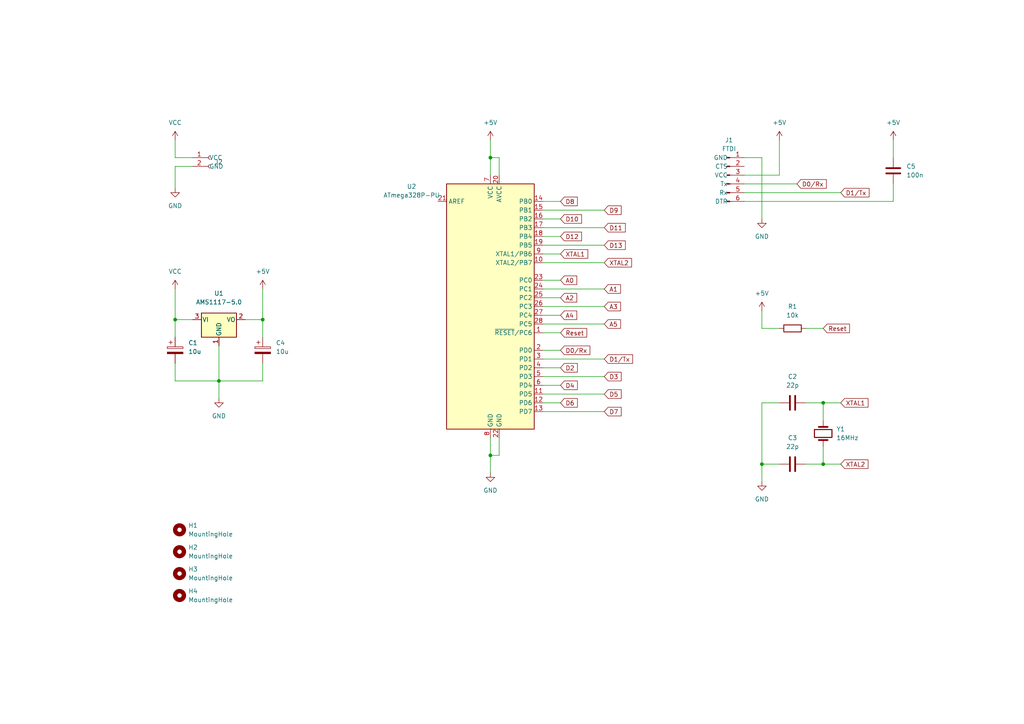
<source format=kicad_sch>
(kicad_sch (version 20211123) (generator eeschema)
  (paper "A4")
  (lib_symbols
    (symbol "Device:C" (pin_numbers hide) (pin_names (offset 0.254))
      (property "Reference" "C" (at 0.635 2.54 0))
      (property "Value" "C" (at 0.635 -2.54 0))
      (symbol "C_0_1"
        (polyline (pts (xy -2.032 -0.762) (xy 2.032 -0.762)) (stroke (width 0.508)))
        (polyline (pts (xy -2.032 0.762) (xy 2.032 0.762)) (stroke (width 0.508)))
      )
      (symbol "C_1_1"
        (pin passive line (at 0 3.81 270) (length 2.794) (name "~") (number "1"))
        (pin passive line (at 0 -3.81 90) (length 2.794) (name "~") (number "2"))
      )
    )
    (symbol "Device:C_Polarized" (pin_numbers hide) (pin_names (offset 0.254))
      (property "Reference" "C" (at 0.635 2.54 0))
      (property "Value" "C_Polarized" (at 0.635 -2.54 0))
      (symbol "C_Polarized_0_1"
        (rectangle (start -2.286 0.508) (end 2.286 1.016))
        (polyline (pts (xy -1.778 2.286) (xy -0.762 2.286)))
        (polyline (pts (xy -1.27 2.794) (xy -1.27 1.778)))
        (rectangle (start 2.286 -0.508) (end -2.286 -1.016) (fill (type outline)))
      )
      (symbol "C_Polarized_1_1"
        (pin passive line (at 0 3.81 270) (length 2.794) (name "~") (number "1"))
        (pin passive line (at 0 -3.81 90) (length 2.794) (name "~") (number "2"))
      )
    )
    (symbol "Device:Crystal" (pin_numbers hide) (pin_names (offset 1.016) hide)
      (property "Reference" "Y" (at 0 3.81 0))
      (property "Value" "Crystal" (at 0 -3.81 0))
      (symbol "Crystal_0_1"
        (rectangle (start -1.143 2.54) (end 1.143 -2.54) (stroke (width 0.3048)))
        (polyline (pts (xy -2.54 0) (xy -1.905 0)))
        (polyline (pts (xy -1.905 -1.27) (xy -1.905 1.27)) (stroke (width 0.508)))
        (polyline (pts (xy 1.905 -1.27) (xy 1.905 1.27)) (stroke (width 0.508)))
        (polyline (pts (xy 2.54 0) (xy 1.905 0)))
      )
      (symbol "Crystal_1_1"
        (pin passive line (at -3.81 0 0) (length 1.27) (name "1") (number "1"))
        (pin passive line (at 3.81 0 180) (length 1.27) (name "2") (number "2"))
      )
    )
    (symbol "Device:R" (pin_numbers hide) (pin_names (offset 0))
      (property "Reference" "R" (at 2.032 0 90))
      (property "Value" "R" (at 0 0 90))
      (symbol "R_0_1"
        (rectangle (start -1.016 -2.54) (end 1.016 2.54) (stroke (width 0.254)))
      )
      (symbol "R_1_1"
        (pin passive line (at 0 3.81 270) (length 1.27) (name "~") (number "1"))
        (pin passive line (at 0 -3.81 90) (length 1.27) (name "~") (number "2"))
      )
    )
    (symbol "Mechanical:MountingHole" (pin_names (offset 1.016))
      (property "Reference" "H" (at 0 5.08 0))
      (property "Value" "MountingHole" (at 0 3.175 0))
      (symbol "MountingHole_0_1"
        (circle (center 0 0) (radius 1.27) (stroke (width 1.27)))
      )
    )
    (symbol "My_Headers:2-pin_power_input_header" (pin_names (offset 1.016))
      (property "Reference" "J" (at 0 2.54 0))
      (symbol "2-pin_power_input_header_1_1"
        (arc (start 0 -2.032) (mid -0.508 -2.54) (end 0 -3.048) (stroke (width 0.1524)))
        (polyline (pts (xy -1.27 -2.54) (xy -0.508 -2.54)) (stroke (width 0.1524)))
        (polyline (pts (xy -1.27 0) (xy -0.508 0)) (stroke (width 0.1524)))
        (arc (start 0 0.508) (mid -0.508 0) (end 0 -0.508) (stroke (width 0.1524)))
        (pin power_out line (at -5.08 0 0) (length 3.81) (name "VCC") (number "1"))
        (pin power_out line (at -5.08 -2.54 0) (length 3.81) (name "GND") (number "2"))
      )
    )
    (symbol "My_Headers:6-pin_FTDI_header" (pin_names (offset 1.016))
      (property "Reference" "J" (at 0 7.62 0))
      (property "Value" "6-pin_FTDI_header" (at 0 -10.16 0))
      (symbol "6-pin_FTDI_header_1_1"
        (polyline (pts (xy 1.27 -7.62) (xy 0.8636 -7.62)) (stroke (width 0.1524)))
        (polyline (pts (xy 1.27 -5.08) (xy 0.8636 -5.08)) (stroke (width 0.1524)))
        (polyline (pts (xy 1.27 -2.54) (xy 0.8636 -2.54)) (stroke (width 0.1524)))
        (polyline (pts (xy 1.27 0) (xy 0.8636 0)) (stroke (width 0.1524)))
        (polyline (pts (xy 1.27 2.54) (xy 0.8636 2.54)) (stroke (width 0.1524)))
        (polyline (pts (xy 1.27 5.08) (xy 0.8636 5.08)) (stroke (width 0.1524)))
        (rectangle (start 0.8636 -7.493) (end 0 -7.747) (stroke (width 0.1524)) (fill (type outline)))
        (rectangle (start 0.8636 -4.953) (end 0 -5.207) (stroke (width 0.1524)) (fill (type outline)))
        (rectangle (start 0.8636 -2.413) (end 0 -2.667) (stroke (width 0.1524)) (fill (type outline)))
        (rectangle (start 0.8636 0.127) (end 0 -0.127) (stroke (width 0.1524)) (fill (type outline)))
        (rectangle (start 0.8636 2.667) (end 0 2.413) (stroke (width 0.1524)) (fill (type outline)))
        (rectangle (start 0.8636 5.207) (end 0 4.953) (stroke (width 0.1524)) (fill (type outline)))
        (pin passive line (at 5.08 5.08 180) (length 3.81) (name "GND") (number "1"))
        (pin passive line (at 5.08 2.54 180) (length 3.81) (name "CTS") (number "2"))
        (pin passive line (at 5.08 0 180) (length 3.81) (name "VCC") (number "3"))
        (pin passive line (at 5.08 -2.54 180) (length 3.81) (name "Tx") (number "4"))
        (pin passive line (at 5.08 -5.08 180) (length 3.81) (name "Rx") (number "5"))
        (pin passive line (at 5.08 -7.62 180) (length 3.81) (name "DTR") (number "6"))
      )
    )
    (symbol "My_Misc:ATmega328P-PU"
      (property "Reference" "U" (at -12.7 36.83 0))
      (property "Value" "ATmega328P-PU" (at 7.62 -36.83 0))
      (symbol "ATmega328P-PU_0_1"
        (rectangle (start -12.7 -35.56) (end 12.7 35.56) (stroke (width 0.254)) (fill (type background)))
      )
      (symbol "ATmega328P-PU_1_1"
        (pin bidirectional line (at 15.24 -7.62 180) (length 2.54) (name "~{RESET}/PC6") (number "1"))
        (pin bidirectional line (at 15.24 12.7 180) (length 2.54) (name "XTAL2/PB7") (number "10"))
        (pin bidirectional line (at 15.24 -25.4 180) (length 2.54) (name "PD5") (number "11"))
        (pin bidirectional line (at 15.24 -27.94 180) (length 2.54) (name "PD6") (number "12"))
        (pin bidirectional line (at 15.24 -30.48 180) (length 2.54) (name "PD7") (number "13"))
        (pin bidirectional line (at 15.24 30.48 180) (length 2.54) (name "PB0") (number "14"))
        (pin bidirectional line (at 15.24 27.94 180) (length 2.54) (name "PB1") (number "15"))
        (pin bidirectional line (at 15.24 25.4 180) (length 2.54) (name "PB2") (number "16"))
        (pin bidirectional line (at 15.24 22.86 180) (length 2.54) (name "PB3") (number "17"))
        (pin bidirectional line (at 15.24 20.32 180) (length 2.54) (name "PB4") (number "18"))
        (pin bidirectional line (at 15.24 17.78 180) (length 2.54) (name "PB5") (number "19"))
        (pin bidirectional line (at 15.24 -12.7 180) (length 2.54) (name "PD0") (number "2"))
        (pin power_in line (at 2.54 38.1 270) (length 2.54) (name "AVCC") (number "20"))
        (pin passive line (at -15.24 30.48 0) (length 2.54) (name "AREF") (number "21"))
        (pin passive line (at 0 -38.1 90) (length 2.54) hide (name "GND") (number "22"))
        (pin power_in line (at 2.54 -38.1 90) (length 2.54) (name "GND") (number "22"))
        (pin bidirectional line (at 15.24 7.62 180) (length 2.54) (name "PC0") (number "23"))
        (pin bidirectional line (at 15.24 5.08 180) (length 2.54) (name "PC1") (number "24"))
        (pin bidirectional line (at 15.24 2.54 180) (length 2.54) (name "PC2") (number "25"))
        (pin bidirectional line (at 15.24 0 180) (length 2.54) (name "PC3") (number "26"))
        (pin bidirectional line (at 15.24 -2.54 180) (length 2.54) (name "PC4") (number "27"))
        (pin bidirectional line (at 15.24 -5.08 180) (length 2.54) (name "PC5") (number "28"))
        (pin bidirectional line (at 15.24 -15.24 180) (length 2.54) (name "PD1") (number "3"))
        (pin bidirectional line (at 15.24 -17.78 180) (length 2.54) (name "PD2") (number "4"))
        (pin bidirectional line (at 15.24 -20.32 180) (length 2.54) (name "PD3") (number "5"))
        (pin bidirectional line (at 15.24 -22.86 180) (length 2.54) (name "PD4") (number "6"))
        (pin power_in line (at 0 38.1 270) (length 2.54) (name "VCC") (number "7"))
        (pin power_in line (at 0 -38.1 90) (length 2.54) (name "GND") (number "8"))
        (pin bidirectional line (at 15.24 15.24 180) (length 2.54) (name "XTAL1/PB6") (number "9"))
      )
    )
    (symbol "Regulator_Linear:AMS1117-5.0" (pin_names (offset 0.254))
      (property "Reference" "U" (at -3.81 3.175 0))
      (property "Value" "AMS1117-5.0" (at 0 3.175 0))
      (symbol "AMS1117-5.0_0_1"
        (rectangle (start -5.08 -5.08) (end 5.08 1.905) (stroke (width 0.254)) (fill (type background)))
      )
      (symbol "AMS1117-5.0_1_1"
        (pin power_in line (at 0 -7.62 90) (length 2.54) (name "GND") (number "1"))
        (pin power_out line (at 7.62 0 180) (length 2.54) (name "VO") (number "2"))
        (pin power_in line (at -7.62 0 0) (length 2.54) (name "VI") (number "3"))
      )
    )
    (symbol "power:+5V" (power) (pin_names (offset 0))
      (property "Value" "+5V" (at 0 3.556 0))
      (symbol "+5V_0_1"
        (polyline (pts (xy -0.762 1.27) (xy 0 2.54)))
        (polyline (pts (xy 0 0) (xy 0 2.54)))
        (polyline (pts (xy 0 2.54) (xy 0.762 1.27)))
      )
      (symbol "+5V_1_1"
        (pin power_in line (at 0 0 90) (length 0) hide (name "+5V") (number "1"))
      )
    )
    (symbol "power:GND" (power) (pin_names (offset 0))
      (property "Value" "GND" (at 0 -3.81 0))
      (symbol "GND_0_1"
        (polyline (pts (xy 0 0) (xy 0 -1.27) (xy 1.27 -1.27) (xy 0 -2.54) (xy -1.27 -1.27) (xy 0 -1.27)))
      )
      (symbol "GND_1_1"
        (pin power_in line (at 0 0 270) (length 0) hide (name "GND") (number "1"))
      )
    )
    (symbol "power:VCC" (power) (pin_names (offset 0))
      (property "Value" "VCC" (at 0 3.81 0))
      (symbol "VCC_0_1"
        (polyline (pts (xy -0.762 1.27) (xy 0 2.54)))
        (polyline (pts (xy 0 0) (xy 0 2.54)))
        (polyline (pts (xy 0 2.54) (xy 0.762 1.27)))
      )
      (symbol "VCC_1_1"
        (pin power_in line (at 0 0 90) (length 0) hide (name "VCC") (number "1"))
      )
    )
  )
  (junction (at 220.98 134.62))
  (junction (at 238.76 134.62))
  (junction (at 50.8 92.71))
  (junction (at 142.24 45.72))
  (junction (at 238.76 116.84))
  (junction (at 63.5 110.49))
  (junction (at 76.2 92.71))
  (junction (at 142.24 132.08))
  (wire (pts (xy 63.5 110.49) (xy 50.8 110.49)))
  (wire (pts (xy 238.76 116.84) (xy 233.68 116.84)))
  (wire (pts (xy 215.9 45.72) (xy 220.98 45.72)))
  (wire (pts (xy 157.48 63.5) (xy 162.56 63.5)))
  (wire (pts (xy 63.5 100.33) (xy 63.5 110.49)))
  (wire (pts (xy 226.06 95.25) (xy 220.98 95.25)))
  (wire (pts (xy 157.48 86.36) (xy 162.56 86.36)))
  (wire (pts (xy 157.48 83.82) (xy 175.26 83.82)))
  (wire (pts (xy 226.06 116.84) (xy 220.98 116.84)))
  (wire (pts (xy 157.48 81.28) (xy 162.56 81.28)))
  (wire (pts (xy 144.78 50.8) (xy 144.78 45.72)))
  (wire (pts (xy 157.48 106.68) (xy 162.56 106.68)))
  (wire (pts (xy 157.48 71.12) (xy 175.26 71.12)))
  (wire (pts (xy 220.98 45.72) (xy 220.98 63.5)))
  (wire (pts (xy 220.98 116.84) (xy 220.98 134.62)))
  (wire (pts (xy 157.48 104.14) (xy 175.26 104.14)))
  (wire (pts (xy 238.76 121.92) (xy 238.76 116.84)))
  (wire (pts (xy 157.48 111.76) (xy 162.56 111.76)))
  (wire (pts (xy 238.76 134.62) (xy 243.84 134.62)))
  (wire (pts (xy 142.24 40.64) (xy 142.24 45.72)))
  (wire (pts (xy 157.48 109.22) (xy 175.26 109.22)))
  (wire (pts (xy 142.24 127) (xy 142.24 132.08)))
  (wire (pts (xy 238.76 134.62) (xy 233.68 134.62)))
  (wire (pts (xy 144.78 132.08) (xy 142.24 132.08)))
  (wire (pts (xy 144.78 45.72) (xy 142.24 45.72)))
  (wire (pts (xy 50.8 92.71) (xy 55.88 92.71)))
  (wire (pts (xy 259.08 40.64) (xy 259.08 45.72)))
  (wire (pts (xy 157.48 58.42) (xy 162.56 58.42)))
  (wire (pts (xy 157.48 76.2) (xy 175.26 76.2)))
  (wire (pts (xy 157.48 68.58) (xy 162.56 68.58)))
  (wire (pts (xy 76.2 105.41) (xy 76.2 110.49)))
  (wire (pts (xy 142.24 45.72) (xy 142.24 50.8)))
  (wire (pts (xy 157.48 114.3) (xy 175.26 114.3)))
  (wire (pts (xy 76.2 110.49) (xy 63.5 110.49)))
  (wire (pts (xy 215.9 55.88) (xy 243.84 55.88)))
  (wire (pts (xy 259.08 53.34) (xy 259.08 58.42)))
  (wire (pts (xy 157.48 93.98) (xy 175.26 93.98)))
  (wire (pts (xy 238.76 116.84) (xy 243.84 116.84)))
  (wire (pts (xy 50.8 97.79) (xy 50.8 92.71)))
  (wire (pts (xy 220.98 134.62) (xy 220.98 139.7)))
  (wire (pts (xy 220.98 95.25) (xy 220.98 90.17)))
  (wire (pts (xy 157.48 119.38) (xy 175.26 119.38)))
  (wire (pts (xy 50.8 45.72) (xy 50.8 40.64)))
  (wire (pts (xy 238.76 129.54) (xy 238.76 134.62)))
  (wire (pts (xy 215.9 53.34) (xy 231.14 53.34)))
  (wire (pts (xy 259.08 58.42) (xy 215.9 58.42)))
  (wire (pts (xy 233.68 95.25) (xy 238.76 95.25)))
  (wire (pts (xy 157.48 96.52) (xy 162.56 96.52)))
  (wire (pts (xy 76.2 83.82) (xy 76.2 92.71)))
  (wire (pts (xy 157.48 116.84) (xy 162.56 116.84)))
  (wire (pts (xy 142.24 132.08) (xy 142.24 137.16)))
  (wire (pts (xy 157.48 73.66) (xy 162.56 73.66)))
  (wire (pts (xy 144.78 127) (xy 144.78 132.08)))
  (wire (pts (xy 50.8 83.82) (xy 50.8 92.71)))
  (wire (pts (xy 215.9 50.8) (xy 226.06 50.8)))
  (wire (pts (xy 157.48 60.96) (xy 175.26 60.96)))
  (wire (pts (xy 55.88 45.72) (xy 50.8 45.72)))
  (wire (pts (xy 157.48 66.04) (xy 175.26 66.04)))
  (wire (pts (xy 50.8 110.49) (xy 50.8 105.41)))
  (wire (pts (xy 76.2 92.71) (xy 76.2 97.79)))
  (wire (pts (xy 50.8 48.26) (xy 50.8 54.61)))
  (wire (pts (xy 157.48 91.44) (xy 162.56 91.44)))
  (wire (pts (xy 63.5 110.49) (xy 63.5 115.57)))
  (wire (pts (xy 220.98 134.62) (xy 226.06 134.62)))
  (wire (pts (xy 55.88 48.26) (xy 50.8 48.26)))
  (wire (pts (xy 157.48 101.6) (xy 162.56 101.6)))
  (wire (pts (xy 71.12 92.71) (xy 76.2 92.71)))
  (wire (pts (xy 226.06 50.8) (xy 226.06 40.64)))
  (wire (pts (xy 157.48 88.9) (xy 175.26 88.9)))
  (global_label "XTAL1" (shape input) (at 162.56 73.66 0) (property "Intersheet References" "${INTERSHEET_REFS}" (effects hide)))
  (global_label "A0" (shape input) (at 162.56 81.28 0) (property "Intersheet References" "${INTERSHEET_REFS}" (effects hide)))
  (global_label "Reset" (shape input) (at 162.56 96.52 0) (property "Intersheet References" "${INTERSHEET_REFS}" (effects hide)))
  (global_label "A2" (shape input) (at 162.56 86.36 0) (property "Intersheet References" "${INTERSHEET_REFS}" (effects hide)))
  (global_label "D1{slash}Tx" (shape input) (at 243.84 55.88 0) (property "Intersheet References" "${INTERSHEET_REFS}" (effects hide)))
  (global_label "Reset" (shape input) (at 238.76 95.25 0) (property "Intersheet References" "${INTERSHEET_REFS}" (effects hide)))
  (global_label "D9" (shape input) (at 175.26 60.96 0) (property "Intersheet References" "${INTERSHEET_REFS}" (effects hide)))
  (global_label "D5" (shape input) (at 175.26 114.3 0) (property "Intersheet References" "${INTERSHEET_REFS}" (effects hide)))
  (global_label "A3" (shape input) (at 175.26 88.9 0) (property "Intersheet References" "${INTERSHEET_REFS}" (effects hide)))
  (global_label "D2" (shape input) (at 162.56 106.68 0) (property "Intersheet References" "${INTERSHEET_REFS}" (effects hide)))
  (global_label "D4" (shape input) (at 162.56 111.76 0) (property "Intersheet References" "${INTERSHEET_REFS}" (effects hide)))
  (global_label "D13" (shape input) (at 175.26 71.12 0) (property "Intersheet References" "${INTERSHEET_REFS}" (effects hide)))
  (global_label "A5" (shape input) (at 175.26 93.98 0) (property "Intersheet References" "${INTERSHEET_REFS}" (effects hide)))
  (global_label "D7" (shape input) (at 175.26 119.38 0) (property "Intersheet References" "${INTERSHEET_REFS}" (effects hide)))
  (global_label "XTAL1" (shape input) (at 243.84 116.84 0) (property "Intersheet References" "${INTERSHEET_REFS}" (effects hide)))
  (global_label "A1" (shape input) (at 175.26 83.82 0) (property "Intersheet References" "${INTERSHEET_REFS}" (effects hide)))
  (global_label "D1{slash}Tx" (shape input) (at 175.26 104.14 0) (property "Intersheet References" "${INTERSHEET_REFS}" (effects hide)))
  (global_label "D11" (shape input) (at 175.26 66.04 0) (property "Intersheet References" "${INTERSHEET_REFS}" (effects hide)))
  (global_label "D0{slash}Rx" (shape input) (at 162.56 101.6 0) (property "Intersheet References" "${INTERSHEET_REFS}" (effects hide)))
  (global_label "D10" (shape input) (at 162.56 63.5 0) (property "Intersheet References" "${INTERSHEET_REFS}" (effects hide)))
  (global_label "D8" (shape input) (at 162.56 58.42 0) (property "Intersheet References" "${INTERSHEET_REFS}" (effects hide)))
  (global_label "D3" (shape input) (at 175.26 109.22 0) (property "Intersheet References" "${INTERSHEET_REFS}" (effects hide)))
  (global_label "D6" (shape input) (at 162.56 116.84 0) (property "Intersheet References" "${INTERSHEET_REFS}" (effects hide)))
  (global_label "D0{slash}Rx" (shape input) (at 231.14 53.34 0) (property "Intersheet References" "${INTERSHEET_REFS}" (effects hide)))
  (global_label "A4" (shape input) (at 162.56 91.44 0) (property "Intersheet References" "${INTERSHEET_REFS}" (effects hide)))
  (global_label "XTAL2" (shape input) (at 175.26 76.2 0) (property "Intersheet References" "${INTERSHEET_REFS}" (effects hide)))
  (global_label "D12" (shape input) (at 162.56 68.58 0) (property "Intersheet References" "${INTERSHEET_REFS}" (effects hide)))
  (global_label "XTAL2" (shape input) (at 243.84 134.62 0) (property "Intersheet References" "${INTERSHEET_REFS}" (effects hide)))
  (symbol (lib_id "My_Misc:ATmega328P-PU") (at 142.24 88.9 0) (unit 1)
    (property "Reference" "U2" (at 119.38 54.0893 0))
    (property "Value" "ATmega328P-PU" (at 119.38 56.6293 0))
    (property "Footprint" "My_Misc:DIP-28_W7.62mm_LongPads w socket" (effects hide))
    (property "Datasheet" "http://ww1.microchip.com/downloads/en/DeviceDoc/ATmega328_P%20AVR%20MCU%20with%20picoPower%20Technology%20Data%20Sheet%2040001984A.pdf" (effects hide))
  )
  (symbol (lib_id "power:VCC") (at 50.8 40.64 0) (unit 1)
    (property "Reference" "#PWR0111" (effects hide))
    (property "Value" "VCC" (at 50.8 35.56 0))
  )
  (symbol (lib_id "Regulator_Linear:AMS1117-5.0") (at 63.5 92.71 0) (unit 1)
    (property "Reference" "U1" (at 63.5 85.09 0))
    (property "Value" "AMS1117-5.0" (at 63.5 87.63 0))
    (property "Footprint" "Package_TO_SOT_SMD:SOT-223-3_TabPin2" (effects hide))
    (property "Datasheet" "http://www.advanced-monolithic.com/pdf/ds1117.pdf" (effects hide))
  )
  (symbol (lib_id "My_Headers:6-pin_FTDI_header") (at 210.82 50.8 0) (unit 1)
    (property "Reference" "J1" (at 211.455 40.64 0))
    (property "Value" "FTDI" (at 211.455 43.18 0))
    (property "Footprint" "My_Headers:6-pin FTDI Programmer PinSocket large" (effects hide))
  )
  (symbol (lib_id "Device:R") (at 229.87 95.25 90) (unit 1)
    (property "Reference" "R1" (at 229.87 88.9 90))
    (property "Value" "10k" (at 229.87 91.44 90))
    (property "Footprint" "My_Misc:R_Axial_DIN0207_L6.3mm_D2.5mm_P10.16mm_Horizontal_larger_pads" (effects hide))
  )
  (symbol (lib_id "Device:C_Polarized") (at 50.8 101.6 0) (unit 1)
    (property "Reference" "C1" (at 54.61 99.4409 0) (effects (justify left)))
    (property "Value" "10u" (at 54.61 101.9809 0) (effects (justify left)))
    (property "Footprint" "My_Misc:CP_Radial_D5.0mm_P2.00mm_larger" (effects hide))
  )
  (symbol (lib_id "Device:C") (at 229.87 116.84 90) (unit 1)
    (property "Reference" "C2" (at 229.87 109.22 90))
    (property "Value" "22p" (at 229.87 111.76 90))
    (property "Footprint" "My_Misc:C_Disc_D3.0mm_W1.6mm_P2.50mm_larg" (effects hide))
  )
  (symbol (lib_id "power:+5V") (at 226.06 40.64 0) (unit 1)
    (property "Reference" "#PWR0108" (effects hide))
    (property "Value" "+5V" (at 226.06 35.56 0))
  )
  (symbol (lib_id "Device:C") (at 229.87 134.62 90) (unit 1)
    (property "Reference" "C3" (at 229.87 127 90))
    (property "Value" "22p" (at 229.87 129.54 90))
    (property "Footprint" "My_Misc:C_Disc_D3.0mm_W1.6mm_P2.50mm_larg" (effects hide))
  )
  (symbol (lib_id "Device:C") (at 259.08 49.53 180) (unit 1)
    (property "Reference" "C5" (at 262.89 48.2599 0) (effects (justify right)))
    (property "Value" "100n" (at 262.89 50.7999 0) (effects (justify right)))
    (property "Footprint" "My_Misc:C_Disc_D3.0mm_W1.6mm_P2.50mm_larg" (effects hide))
  )
  (symbol (lib_id "power:GND") (at 63.5 115.57 0) (unit 1)
    (property "Reference" "#PWR0103" (effects hide))
    (property "Value" "GND" (at 63.5 120.65 0))
  )
  (symbol (lib_id "Mechanical:MountingHole") (at 52.07 166.37 0) (unit 1)
    (property "Reference" "H3" (at 54.61 165.0999 0) (effects (justify left)))
    (property "Value" "MountingHole" (at 54.61 167.6399 0) (effects (justify left)))
    (property "Footprint" "MountingHole:MountingHole_3.2mm_M3" (effects hide))
  )
  (symbol (lib_id "power:VCC") (at 50.8 83.82 0) (unit 1)
    (property "Reference" "#PWR0104" (effects hide))
    (property "Value" "VCC" (at 50.8 78.74 0))
  )
  (symbol (lib_id "power:GND") (at 50.8 54.61 0) (unit 1)
    (property "Reference" "#PWR0112" (effects hide))
    (property "Value" "GND" (at 50.8 59.69 0))
  )
  (symbol (lib_id "Device:C_Polarized") (at 76.2 101.6 0) (unit 1)
    (property "Reference" "C4" (at 80.01 99.4409 0) (effects (justify left)))
    (property "Value" "10u" (at 80.01 101.9809 0) (effects (justify left)))
    (property "Footprint" "My_Misc:CP_Radial_D5.0mm_P2.00mm_larger" (effects hide))
  )
  (symbol (lib_id "My_Headers:2-pin_power_input_header") (at 60.96 45.72 0) (unit 1)
    (property "Reference" "J2" (at 62.23 46.9899 0) (effects (justify left)))
    (property "Value" "Power in" (effects hide))
    (property "Footprint" "My_Misc:BarrelJack_Horizontal" (effects hide))
  )
  (symbol (lib_id "power:+5V") (at 142.24 40.64 0) (unit 1)
    (property "Reference" "#PWR0101" (effects hide))
    (property "Value" "+5V" (at 142.24 35.56 0))
  )
  (symbol (lib_id "Mechanical:MountingHole") (at 52.07 153.67 0) (unit 1)
    (property "Reference" "H1" (at 54.61 152.3999 0) (effects (justify left)))
    (property "Value" "MountingHole" (at 54.61 154.9399 0) (effects (justify left)))
    (property "Footprint" "MountingHole:MountingHole_3.2mm_M3" (effects hide))
  )
  (symbol (lib_id "Mechanical:MountingHole") (at 52.07 160.02 0) (unit 1)
    (property "Reference" "H2" (at 54.61 158.7499 0) (effects (justify left)))
    (property "Value" "MountingHole" (at 54.61 161.2899 0) (effects (justify left)))
    (property "Footprint" "MountingHole:MountingHole_3.2mm_M3" (effects hide))
  )
  (symbol (lib_id "power:+5V") (at 220.98 90.17 0) (unit 1)
    (property "Reference" "#PWR0102" (effects hide))
    (property "Value" "+5V" (at 220.98 85.09 0))
  )
  (symbol (lib_id "power:+5V") (at 259.08 40.64 0) (unit 1)
    (property "Reference" "#PWR0107" (effects hide))
    (property "Value" "+5V" (at 259.08 35.56 0))
  )
  (symbol (lib_id "Mechanical:MountingHole") (at 52.07 172.72 0) (unit 1)
    (property "Reference" "H4" (at 54.61 171.4499 0) (effects (justify left)))
    (property "Value" "MountingHole" (at 54.61 173.9899 0) (effects (justify left)))
    (property "Footprint" "MountingHole:MountingHole_3.2mm_M3" (effects hide))
  )
  (symbol (lib_id "power:GND") (at 220.98 139.7 0) (unit 1)
    (property "Reference" "#PWR0106" (effects hide))
    (property "Value" "GND" (at 220.98 144.78 0))
  )
  (symbol (lib_id "power:+5V") (at 76.2 83.82 0) (unit 1)
    (property "Reference" "#PWR0105" (effects hide))
    (property "Value" "+5V" (at 76.2 78.74 0))
  )
  (symbol (lib_id "power:GND") (at 220.98 63.5 0) (unit 1)
    (property "Reference" "#PWR0109" (effects hide))
    (property "Value" "GND" (at 220.98 68.58 0))
  )
  (symbol (lib_id "power:GND") (at 142.24 137.16 0) (unit 1)
    (property "Reference" "#PWR0110" (effects hide))
    (property "Value" "GND" (at 142.24 142.24 0))
  )
  (symbol (lib_id "Device:Crystal") (at 238.76 125.73 90) (unit 1)
    (property "Reference" "Y1" (at 242.57 124.4599 90) (effects (justify right)))
    (property "Value" "16MHz" (at 242.57 126.9999 90) (effects (justify right)))
    (property "Footprint" "My_Misc:Crystal_HC49-4H_Vertical_large" (effects hide))
  )
)
</source>
